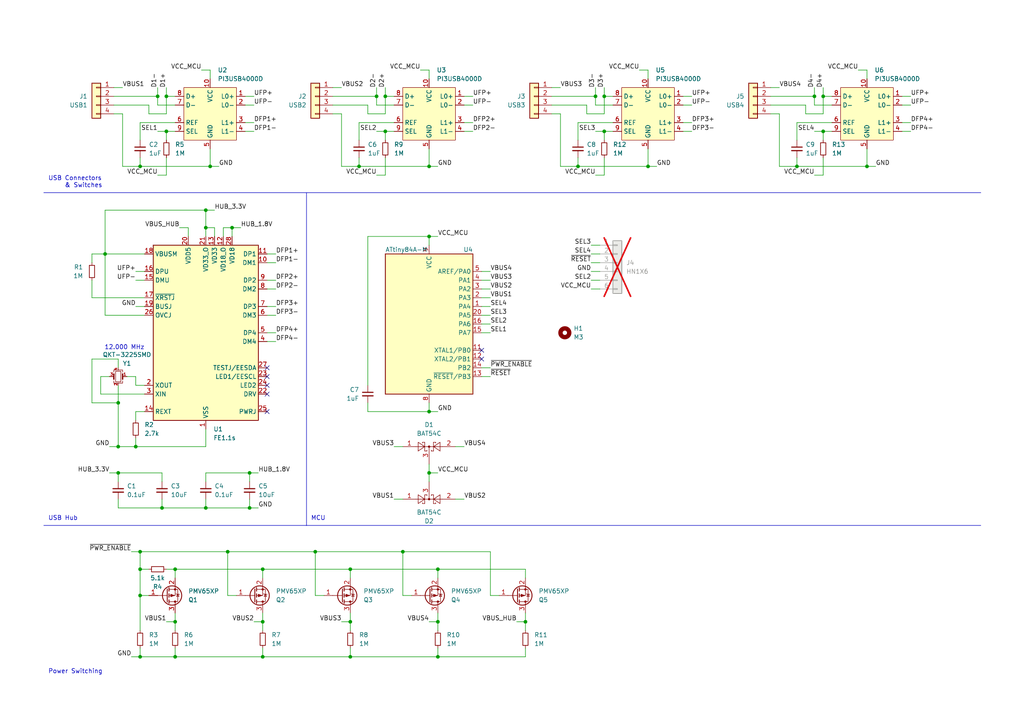
<source format=kicad_sch>
(kicad_sch (version 20230121) (generator eeschema)
  (paper "A4")
  (lib_symbols
    (symbol "Connector_Generic:Conn_01x04" (pin_names (offset 1.016) hide)
      (property "Reference" "J" (at 0 5.08 0))
      (property "Value" "Conn_01x04" (at 0 -7.62 0))
      (symbol "Conn_01x04_1_1"
        (rectangle (start -1.27 -4.953) (end 0 -5.207) (stroke (width 0.1524)))
        (rectangle (start -1.27 -2.413) (end 0 -2.667) (stroke (width 0.1524)))
        (rectangle (start -1.27 0.127) (end 0 -0.127) (stroke (width 0.1524)))
        (rectangle (start -1.27 2.667) (end 0 2.413) (stroke (width 0.1524)))
        (rectangle (start -1.27 3.81) (end 1.27 -6.35) (stroke (width 0.254)) (fill (type background)))
        (pin passive line (at -5.08 2.54 0) (length 3.81) (name "Pin_1") (number "1"))
        (pin passive line (at -5.08 0 0) (length 3.81) (name "Pin_2") (number "2"))
        (pin passive line (at -5.08 -2.54 0) (length 3.81) (name "Pin_3") (number "3"))
        (pin passive line (at -5.08 -5.08 0) (length 3.81) (name "Pin_4") (number "4"))
      )
    )
    (symbol "Connector_Generic:Conn_01x06" (pin_names (offset 1.016) hide)
      (property "Reference" "J" (at 0 7.62 0))
      (property "Value" "Conn_01x06" (at 0 -10.16 0))
      (symbol "Conn_01x06_1_1"
        (rectangle (start -1.27 -7.493) (end 0 -7.747) (stroke (width 0.1524)))
        (rectangle (start -1.27 -4.953) (end 0 -5.207) (stroke (width 0.1524)))
        (rectangle (start -1.27 -2.413) (end 0 -2.667) (stroke (width 0.1524)))
        (rectangle (start -1.27 0.127) (end 0 -0.127) (stroke (width 0.1524)))
        (rectangle (start -1.27 2.667) (end 0 2.413) (stroke (width 0.1524)))
        (rectangle (start -1.27 5.207) (end 0 4.953) (stroke (width 0.1524)))
        (rectangle (start -1.27 6.35) (end 1.27 -8.89) (stroke (width 0.254)) (fill (type background)))
        (pin passive line (at -5.08 5.08 0) (length 3.81) (name "Pin_1") (number "1"))
        (pin passive line (at -5.08 2.54 0) (length 3.81) (name "Pin_2") (number "2"))
        (pin passive line (at -5.08 0 0) (length 3.81) (name "Pin_3") (number "3"))
        (pin passive line (at -5.08 -2.54 0) (length 3.81) (name "Pin_4") (number "4"))
        (pin passive line (at -5.08 -5.08 0) (length 3.81) (name "Pin_5") (number "5"))
        (pin passive line (at -5.08 -7.62 0) (length 3.81) (name "Pin_6") (number "6"))
      )
    )
    (symbol "Device:C_Small" (pin_numbers hide) (pin_names (offset 0.254) hide)
      (property "Reference" "C" (at 0.254 1.778 0))
      (property "Value" "C_Small" (at 0.254 -2.032 0))
      (symbol "C_Small_0_1"
        (polyline (pts (xy -1.524 -0.508) (xy 1.524 -0.508)) (stroke (width 0.3302)))
        (polyline (pts (xy -1.524 0.508) (xy 1.524 0.508)) (stroke (width 0.3048)))
      )
      (symbol "C_Small_1_1"
        (pin passive line (at 0 2.54 270) (length 2.032) (name "~") (number "1"))
        (pin passive line (at 0 -2.54 90) (length 2.032) (name "~") (number "2"))
      )
    )
    (symbol "Device:Crystal_GND24_Small" (pin_names (offset 1.016) hide)
      (property "Reference" "Y" (at 1.27 4.445 0))
      (property "Value" "Crystal_GND24_Small" (at 1.27 2.54 0))
      (symbol "Crystal_GND24_Small_0_1"
        (rectangle (start -0.762 -1.524) (end 0.762 1.524))
        (polyline (pts (xy -1.27 -0.762) (xy -1.27 0.762)) (stroke (width 0.381)))
        (polyline (pts (xy 1.27 -0.762) (xy 1.27 0.762)) (stroke (width 0.381)))
        (polyline (pts (xy -1.27 -1.27) (xy -1.27 -1.905) (xy 1.27 -1.905) (xy 1.27 -1.27)))
        (polyline (pts (xy -1.27 1.27) (xy -1.27 1.905) (xy 1.27 1.905) (xy 1.27 1.27)))
      )
      (symbol "Crystal_GND24_Small_1_1"
        (pin passive line (at -2.54 0 0) (length 1.27) (name "1") (number "1"))
        (pin passive line (at 0 -2.54 90) (length 0.635) (name "2") (number "2"))
        (pin passive line (at 2.54 0 180) (length 1.27) (name "3") (number "3"))
        (pin passive line (at 0 2.54 270) (length 0.635) (name "4") (number "4"))
      )
    )
    (symbol "Device:Q_PMOS_GSD" (pin_names (offset 0) hide)
      (property "Reference" "Q" (at 5.08 1.27 0))
      (property "Value" "Q_PMOS_GSD" (at 5.08 -1.27 0))
      (symbol "Q_PMOS_GSD_0_1"
        (polyline (pts (xy 0.254 0) (xy -2.54 0)))
        (polyline (pts (xy 0.254 1.905) (xy 0.254 -1.905)) (stroke (width 0.254)))
        (polyline (pts (xy 0.762 -1.27) (xy 0.762 -2.286)) (stroke (width 0.254)))
        (polyline (pts (xy 0.762 0.508) (xy 0.762 -0.508)) (stroke (width 0.254)))
        (polyline (pts (xy 0.762 2.286) (xy 0.762 1.27)) (stroke (width 0.254)))
        (polyline (pts (xy 2.54 2.54) (xy 2.54 1.778)))
        (polyline (pts (xy 2.54 -2.54) (xy 2.54 0) (xy 0.762 0)))
        (polyline (pts (xy 0.762 1.778) (xy 3.302 1.778) (xy 3.302 -1.778) (xy 0.762 -1.778)))
        (polyline (pts (xy 2.286 0) (xy 1.27 0.381) (xy 1.27 -0.381) (xy 2.286 0)) (fill (type outline)))
        (polyline (pts (xy 2.794 -0.508) (xy 2.921 -0.381) (xy 3.683 -0.381) (xy 3.81 -0.254)))
        (polyline (pts (xy 3.302 -0.381) (xy 2.921 0.254) (xy 3.683 0.254) (xy 3.302 -0.381)))
        (circle (center 1.651 0) (radius 2.794) (stroke (width 0.254)))
        (circle (center 2.54 -1.778) (radius 0.254) (fill (type outline)))
        (circle (center 2.54 1.778) (radius 0.254) (fill (type outline)))
      )
      (symbol "Q_PMOS_GSD_1_1"
        (pin input line (at -5.08 0 0) (length 2.54) (name "G") (number "1"))
        (pin passive line (at 2.54 -5.08 90) (length 2.54) (name "S") (number "2"))
        (pin passive line (at 2.54 5.08 270) (length 2.54) (name "D") (number "3"))
      )
    )
    (symbol "Device:R_Small" (pin_numbers hide) (pin_names (offset 0.254) hide)
      (property "Reference" "R" (at 0.762 0.508 0))
      (property "Value" "R_Small" (at 0.762 -1.016 0))
      (symbol "R_Small_0_1"
        (rectangle (start -0.762 1.778) (end 0.762 -1.778) (stroke (width 0.2032)))
      )
      (symbol "R_Small_1_1"
        (pin passive line (at 0 2.54 270) (length 0.762) (name "~") (number "1"))
        (pin passive line (at 0 -2.54 90) (length 0.762) (name "~") (number "2"))
      )
    )
    (symbol "Diode:BAT54C" (pin_names (offset 1.016))
      (property "Reference" "D" (at 0.635 -3.81 0))
      (property "Value" "BAT54C" (at -6.35 3.175 0))
      (symbol "BAT54C_0_1"
        (polyline (pts (xy -1.905 0) (xy 1.905 0)))
        (polyline (pts (xy -1.905 1.27) (xy -1.905 1.016)))
        (polyline (pts (xy -1.27 -1.27) (xy -0.635 -1.27)))
        (polyline (pts (xy -1.27 0) (xy -3.81 0)))
        (polyline (pts (xy -1.27 1.27) (xy -1.905 1.27)))
        (polyline (pts (xy -1.27 1.27) (xy -1.27 -1.27)))
        (polyline (pts (xy -0.635 -1.27) (xy -0.635 -1.016)))
        (polyline (pts (xy 0.635 -1.27) (xy 0.635 -1.016)))
        (polyline (pts (xy 1.27 -1.27) (xy 0.635 -1.27)))
        (polyline (pts (xy 1.27 1.27) (xy 1.27 -1.27)))
        (polyline (pts (xy 1.27 1.27) (xy 1.905 1.27)))
        (polyline (pts (xy 1.905 1.27) (xy 1.905 1.016)))
        (polyline (pts (xy 3.81 0) (xy 1.27 0)))
        (polyline (pts (xy -3.175 -1.27) (xy -3.175 1.27) (xy -1.27 0) (xy -3.175 -1.27)))
        (polyline (pts (xy 3.175 -1.27) (xy 3.175 1.27) (xy 1.27 0) (xy 3.175 -1.27)))
        (circle (center 0 0) (radius 0.254) (fill (type outline)))
      )
      (symbol "BAT54C_1_1"
        (pin passive line (at -7.62 0 0) (length 3.81) (name "~") (number "1"))
        (pin passive line (at 7.62 0 180) (length 3.81) (name "~") (number "2"))
        (pin passive line (at 0 -5.08 90) (length 5.08) (name "~") (number "3"))
      )
    )
    (symbol "Interface_USB:FE1.1s"
      (property "Reference" "U" (at -11.43 26.67 0))
      (property "Value" "FE1.1s" (at 12.7 27.94 0))
      (symbol "FE1.1s_0_1"
        (rectangle (start -15.24 25.4) (end 15.24 -25.4) (stroke (width 0.254)) (fill (type background)))
      )
      (symbol "FE1.1s_1_1"
        (pin power_in line (at 0 -27.94 90) (length 2.54) (name "VSS") (number "1"))
        (pin bidirectional line (at 17.78 20.32 180) (length 2.54) (name "DM1") (number "10"))
        (pin bidirectional line (at 17.78 22.86 180) (length 2.54) (name "DP1") (number "11"))
        (pin power_out line (at 5.08 27.94 270) (length 2.54) (name "VD18_O") (number "12"))
        (pin power_in line (at 2.54 27.94 270) (length 2.54) (name "VD33") (number "13"))
        (pin passive line (at -17.78 -22.86 0) (length 2.54) (name "REXT") (number "14"))
        (pin bidirectional line (at -17.78 15.24 0) (length 2.54) (name "DMU") (number "15"))
        (pin bidirectional line (at -17.78 17.78 0) (length 2.54) (name "DPU") (number "16"))
        (pin input line (at -17.78 10.16 0) (length 2.54) (name "~{XRSTJ}") (number "17"))
        (pin input line (at -17.78 22.86 0) (length 2.54) (name "VBUSM") (number "18"))
        (pin input line (at -17.78 7.62 0) (length 2.54) (name "BUSJ") (number "19"))
        (pin output line (at -17.78 -15.24 0) (length 2.54) (name "XOUT") (number "2"))
        (pin power_in line (at -5.08 27.94 270) (length 2.54) (name "VDD5") (number "20"))
        (pin power_out line (at 0 27.94 270) (length 2.54) (name "VD33_O") (number "21"))
        (pin bidirectional line (at 17.78 -17.78 180) (length 2.54) (name "DRV") (number "22"))
        (pin bidirectional line (at 17.78 -12.7 180) (length 2.54) (name "LED1/EESCL") (number "23"))
        (pin bidirectional line (at 17.78 -15.24 180) (length 2.54) (name "LED2") (number "24"))
        (pin output line (at 17.78 -22.86 180) (length 2.54) (name "PWRJ") (number "25"))
        (pin input line (at -17.78 5.08 0) (length 2.54) (name "OVCJ") (number "26"))
        (pin bidirectional line (at 17.78 -10.16 180) (length 2.54) (name "TESTJ/EESDA") (number "27"))
        (pin power_in line (at 7.62 27.94 270) (length 2.54) (name "VD18") (number "28"))
        (pin input line (at -17.78 -17.78 0) (length 2.54) (name "XIN") (number "3"))
        (pin bidirectional line (at 17.78 -2.54 180) (length 2.54) (name "DM4") (number "4"))
        (pin bidirectional line (at 17.78 0 180) (length 2.54) (name "DP4") (number "5"))
        (pin bidirectional line (at 17.78 5.08 180) (length 2.54) (name "DM3") (number "6"))
        (pin bidirectional line (at 17.78 7.62 180) (length 2.54) (name "DP3") (number "7"))
        (pin bidirectional line (at 17.78 12.7 180) (length 2.54) (name "DM2") (number "8"))
        (pin bidirectional line (at 17.78 15.24 180) (length 2.54) (name "DP2") (number "9"))
      )
    )
    (symbol "MCU_Microchip_ATtiny:ATtiny84A-M"
      (property "Reference" "U" (at -12.7 21.59 0))
      (property "Value" "ATtiny84A-M" (at 2.54 -21.59 0))
      (symbol "ATtiny84A-M_0_1"
        (rectangle (start -12.7 -20.32) (end 12.7 20.32) (stroke (width 0.254)) (fill (type background)))
      )
      (symbol "ATtiny84A-M_1_1"
        (pin bidirectional line (at 15.24 5.08 180) (length 2.54) (name "PA4") (number "1"))
        (pin no_connect line (at -12.7 -10.16 0) (length 2.54) hide (name "NC") (number "10"))
        (pin bidirectional line (at 15.24 -7.62 180) (length 2.54) (name "XTAL1/PB0") (number "11"))
        (pin bidirectional line (at 15.24 -10.16 180) (length 2.54) (name "XTAL2/PB1") (number "12"))
        (pin bidirectional line (at 15.24 -15.24 180) (length 2.54) (name "~{RESET}/PB3") (number "13"))
        (pin bidirectional line (at 15.24 -12.7 180) (length 2.54) (name "PB2") (number "14"))
        (pin bidirectional line (at 15.24 -2.54 180) (length 2.54) (name "PA7") (number "15"))
        (pin bidirectional line (at 15.24 0 180) (length 2.54) (name "PA6") (number "16"))
        (pin no_connect line (at -12.7 -12.7 0) (length 2.54) hide (name "NC") (number "17"))
        (pin no_connect line (at -12.7 -15.24 0) (length 2.54) hide (name "NC") (number "18"))
        (pin no_connect line (at -12.7 -17.78 0) (length 2.54) hide (name "NC") (number "19"))
        (pin bidirectional line (at 15.24 7.62 180) (length 2.54) (name "PA3") (number "2"))
        (pin bidirectional line (at 15.24 2.54 180) (length 2.54) (name "PA5") (number "20"))
        (pin passive line (at 0 -22.86 90) (length 2.54) hide (name "GND") (number "21"))
        (pin bidirectional line (at 15.24 10.16 180) (length 2.54) (name "PA2") (number "3"))
        (pin bidirectional line (at 15.24 12.7 180) (length 2.54) (name "PA1") (number "4"))
        (pin bidirectional line (at 15.24 15.24 180) (length 2.54) (name "AREF/PA0") (number "5"))
        (pin no_connect line (at -12.7 -5.08 0) (length 2.54) hide (name "NC") (number "6"))
        (pin no_connect line (at -12.7 -7.62 0) (length 2.54) hide (name "NC") (number "7"))
        (pin power_in line (at 0 -22.86 90) (length 2.54) (name "GND") (number "8"))
        (pin power_in line (at 0 22.86 270) (length 2.54) (name "VCC") (number "9"))
      )
    )
    (symbol "Mechanical:MountingHole" (pin_names (offset 1.016))
      (property "Reference" "H" (at 0 5.08 0))
      (property "Value" "MountingHole" (at 0 3.175 0))
      (symbol "MountingHole_0_1"
        (circle (center 0 0) (radius 1.27) (stroke (width 1.27)))
      )
    )
    (symbol "ZZ_Switches_Custom:PI3USB4000D"
      (property "Reference" "U" (at -6.35 8.89 0))
      (property "Value" "PI3USB4000D" (at 8.89 8.89 0))
      (symbol "PI3USB4000D_1_1"
        (rectangle (start -7.62 7.62) (end 7.62 -7.62) (fill (type background)))
        (pin bidirectional line (at 10.16 5.08 180) (length 2.54) (name "L0+") (number "1"))
        (pin power_in line (at 0 10.16 270) (length 2.54) (name "VCC") (number "10"))
        (pin bidirectional line (at 10.16 2.54 180) (length 2.54) (name "L0-") (number "2"))
        (pin bidirectional line (at 10.16 -2.54 180) (length 2.54) (name "L1+") (number "3"))
        (pin bidirectional line (at 10.16 -5.08 180) (length 2.54) (name "L1-") (number "4"))
        (pin power_in line (at 0 -10.16 90) (length 2.54) (name "GND") (number "5"))
        (pin passive line (at -10.16 -2.54 0) (length 2.54) (name "REF") (number "6"))
        (pin bidirectional line (at -10.16 2.54 0) (length 2.54) (name "D-") (number "7"))
        (pin bidirectional line (at -10.16 5.08 0) (length 2.54) (name "D+") (number "8"))
        (pin input line (at -10.16 -5.08 0) (length 2.54) (name "SEL") (number "9"))
      )
    )
  )
  (junction (at 40.64 48.26))
  (junction (at 48.26 38.1))
  (junction (at 152.4 180.34))
  (junction (at 34.29 137.16))
  (junction (at 104.14 48.26))
  (junction (at 50.8 190.5))
  (junction (at 72.39 137.16))
  (junction (at 48.26 27.94))
  (junction (at 59.69 60.96))
  (junction (at 34.29 116.84))
  (junction (at 111.76 38.1))
  (junction (at 66.04 160.02))
  (junction (at 124.46 137.16))
  (junction (at 172.72 27.94))
  (junction (at 124.46 119.38))
  (junction (at 187.96 48.26))
  (junction (at 127 190.5))
  (junction (at 72.39 147.32))
  (junction (at 76.2 190.5))
  (junction (at 76.2 165.1))
  (junction (at 45.72 27.94))
  (junction (at 238.76 27.94))
  (junction (at 76.2 180.34))
  (junction (at 50.8 165.1))
  (junction (at 101.6 190.5))
  (junction (at 67.31 66.04))
  (junction (at 124.46 48.26))
  (junction (at 50.8 180.34))
  (junction (at 175.26 27.94))
  (junction (at 40.64 165.1))
  (junction (at 127 180.34))
  (junction (at 40.64 172.72))
  (junction (at 101.6 180.34))
  (junction (at 236.22 27.94))
  (junction (at 40.64 190.5))
  (junction (at 109.22 27.94))
  (junction (at 251.46 48.26))
  (junction (at 59.69 147.32))
  (junction (at 175.26 38.1))
  (junction (at 238.76 38.1))
  (junction (at 111.76 27.94))
  (junction (at 101.6 165.1))
  (junction (at 167.64 48.26))
  (junction (at 60.96 48.26))
  (junction (at 116.84 160.02))
  (junction (at 39.37 129.54))
  (junction (at 40.64 160.02))
  (junction (at 34.29 129.54))
  (junction (at 124.46 68.58))
  (junction (at 59.69 66.04))
  (junction (at 30.48 73.66))
  (junction (at 46.99 147.32))
  (junction (at 91.44 160.02))
  (junction (at 127 165.1))
  (junction (at 231.14 48.26))
  (no_connect (at 77.47 106.68))
  (no_connect (at 77.47 111.76))
  (no_connect (at 139.7 104.14))
  (no_connect (at 139.7 101.6))
  (no_connect (at 77.47 114.3))
  (no_connect (at 77.47 109.22))
  (no_connect (at 77.47 119.38))
  (wire (pts (xy 175.26 38.1) (xy 177.8 38.1)))
  (wire (pts (xy 124.46 137.16) (xy 124.46 139.7)))
  (wire (pts (xy 241.3 27.94) (xy 238.76 27.94)))
  (wire (pts (xy 167.64 35.56) (xy 167.64 40.64)))
  (wire (pts (xy 127 190.5) (xy 127 187.96)))
  (wire (pts (xy 66.04 160.02) (xy 66.04 172.72)))
  (wire (pts (xy 34.29 129.54) (xy 31.75 129.54)))
  (polyline (pts (xy 12.7 55.88) (xy 284.48 55.88)))
  (wire (pts (xy 99.06 180.34) (xy 101.6 180.34)))
  (wire (pts (xy 29.21 114.3) (xy 41.91 114.3)))
  (wire (pts (xy 59.69 60.96) (xy 62.23 60.96)))
  (wire (pts (xy 77.47 76.2) (xy 80.01 76.2)))
  (wire (pts (xy 106.68 119.38) (xy 106.68 116.84)))
  (wire (pts (xy 175.26 38.1) (xy 175.26 40.64)))
  (wire (pts (xy 106.68 68.58) (xy 106.68 111.76)))
  (wire (pts (xy 77.47 99.06) (xy 80.01 99.06)))
  (wire (pts (xy 238.76 27.94) (xy 238.76 33.02)))
  (wire (pts (xy 26.67 86.36) (xy 26.67 81.28)))
  (wire (pts (xy 41.91 91.44) (xy 30.48 91.44)))
  (wire (pts (xy 142.24 83.82) (xy 139.7 83.82)))
  (wire (pts (xy 238.76 33.02) (xy 233.68 33.02)))
  (wire (pts (xy 114.3 30.48) (xy 109.22 30.48)))
  (wire (pts (xy 167.64 48.26) (xy 187.96 48.26)))
  (wire (pts (xy 93.98 172.72) (xy 91.44 172.72)))
  (wire (pts (xy 30.48 60.96) (xy 30.48 73.66)))
  (wire (pts (xy 96.52 27.94) (xy 109.22 27.94)))
  (wire (pts (xy 48.26 27.94) (xy 48.26 33.02)))
  (wire (pts (xy 67.31 66.04) (xy 67.31 68.58)))
  (wire (pts (xy 59.69 129.54) (xy 39.37 129.54)))
  (wire (pts (xy 127 180.34) (xy 127 177.8)))
  (wire (pts (xy 104.14 48.26) (xy 124.46 48.26)))
  (wire (pts (xy 59.69 66.04) (xy 62.23 66.04)))
  (wire (pts (xy 34.29 147.32) (xy 34.29 144.78)))
  (wire (pts (xy 39.37 111.76) (xy 39.37 109.22)))
  (wire (pts (xy 198.12 27.94) (xy 200.66 27.94)))
  (wire (pts (xy 33.02 25.4) (xy 35.56 25.4)))
  (wire (pts (xy 50.8 35.56) (xy 40.64 35.56)))
  (wire (pts (xy 48.26 45.72) (xy 48.26 50.8)))
  (wire (pts (xy 223.52 27.94) (xy 236.22 27.94)))
  (wire (pts (xy 106.68 30.48) (xy 96.52 30.48)))
  (wire (pts (xy 39.37 81.28) (xy 41.91 81.28)))
  (wire (pts (xy 175.26 25.4) (xy 175.26 27.94)))
  (wire (pts (xy 238.76 38.1) (xy 241.3 38.1)))
  (wire (pts (xy 236.22 38.1) (xy 238.76 38.1)))
  (wire (pts (xy 76.2 190.5) (xy 101.6 190.5)))
  (wire (pts (xy 26.67 116.84) (xy 26.67 104.14)))
  (wire (pts (xy 248.92 20.32) (xy 251.46 20.32)))
  (wire (pts (xy 104.14 45.72) (xy 104.14 48.26)))
  (wire (pts (xy 114.3 144.78) (xy 116.84 144.78)))
  (wire (pts (xy 124.46 48.26) (xy 127 48.26)))
  (wire (pts (xy 233.68 33.02) (xy 233.68 30.48)))
  (wire (pts (xy 114.3 129.54) (xy 116.84 129.54)))
  (wire (pts (xy 31.75 137.16) (xy 34.29 137.16)))
  (wire (pts (xy 175.26 27.94) (xy 175.26 33.02)))
  (wire (pts (xy 40.64 165.1) (xy 43.18 165.1)))
  (wire (pts (xy 134.62 30.48) (xy 137.16 30.48)))
  (wire (pts (xy 152.4 180.34) (xy 152.4 182.88)))
  (wire (pts (xy 236.22 30.48) (xy 236.22 27.94)))
  (wire (pts (xy 142.24 78.74) (xy 139.7 78.74)))
  (wire (pts (xy 76.2 180.34) (xy 76.2 177.8)))
  (wire (pts (xy 50.8 190.5) (xy 76.2 190.5)))
  (wire (pts (xy 50.8 27.94) (xy 48.26 27.94)))
  (wire (pts (xy 142.24 106.68) (xy 139.7 106.68)))
  (wire (pts (xy 41.91 86.36) (xy 26.67 86.36)))
  (wire (pts (xy 54.61 66.04) (xy 54.61 68.58)))
  (polyline (pts (xy 88.9 55.88) (xy 88.9 152.4)))
  (wire (pts (xy 29.21 109.22) (xy 31.75 109.22)))
  (wire (pts (xy 30.48 91.44) (xy 30.48 73.66)))
  (wire (pts (xy 111.76 38.1) (xy 114.3 38.1)))
  (wire (pts (xy 48.26 33.02) (xy 43.18 33.02)))
  (wire (pts (xy 59.69 147.32) (xy 59.69 144.78)))
  (wire (pts (xy 50.8 30.48) (xy 45.72 30.48)))
  (wire (pts (xy 60.96 48.26) (xy 63.5 48.26)))
  (wire (pts (xy 59.69 139.7) (xy 59.69 137.16)))
  (wire (pts (xy 132.08 144.78) (xy 134.62 144.78)))
  (wire (pts (xy 66.04 160.02) (xy 91.44 160.02)))
  (wire (pts (xy 40.64 45.72) (xy 40.64 48.26)))
  (wire (pts (xy 66.04 172.72) (xy 68.58 172.72)))
  (wire (pts (xy 241.3 30.48) (xy 236.22 30.48)))
  (wire (pts (xy 40.64 48.26) (xy 35.56 48.26)))
  (wire (pts (xy 187.96 43.18) (xy 187.96 48.26)))
  (wire (pts (xy 173.99 71.12) (xy 171.45 71.12)))
  (wire (pts (xy 38.1 160.02) (xy 40.64 160.02)))
  (wire (pts (xy 76.2 165.1) (xy 101.6 165.1)))
  (wire (pts (xy 50.8 167.64) (xy 50.8 165.1)))
  (wire (pts (xy 52.07 66.04) (xy 54.61 66.04)))
  (polyline (pts (xy 12.7 152.4) (xy 88.9 152.4)))
  (wire (pts (xy 41.91 119.38) (xy 39.37 119.38)))
  (wire (pts (xy 34.29 111.76) (xy 34.29 116.84)))
  (wire (pts (xy 35.56 48.26) (xy 35.56 33.02)))
  (wire (pts (xy 39.37 88.9) (xy 41.91 88.9)))
  (wire (pts (xy 127 180.34) (xy 127 182.88)))
  (wire (pts (xy 124.46 43.18) (xy 124.46 48.26)))
  (wire (pts (xy 101.6 180.34) (xy 101.6 177.8)))
  (wire (pts (xy 62.23 66.04) (xy 62.23 68.58)))
  (wire (pts (xy 162.56 48.26) (xy 162.56 33.02)))
  (wire (pts (xy 111.76 33.02) (xy 106.68 33.02)))
  (wire (pts (xy 77.47 91.44) (xy 80.01 91.44)))
  (wire (pts (xy 40.64 35.56) (xy 40.64 40.64)))
  (wire (pts (xy 43.18 172.72) (xy 40.64 172.72)))
  (wire (pts (xy 50.8 187.96) (xy 50.8 190.5)))
  (wire (pts (xy 43.18 33.02) (xy 43.18 30.48)))
  (wire (pts (xy 172.72 25.4) (xy 172.72 27.94)))
  (wire (pts (xy 119.38 172.72) (xy 116.84 172.72)))
  (wire (pts (xy 77.47 96.52) (xy 80.01 96.52)))
  (wire (pts (xy 76.2 180.34) (xy 76.2 182.88)))
  (wire (pts (xy 39.37 119.38) (xy 39.37 121.92)))
  (wire (pts (xy 261.62 35.56) (xy 264.16 35.56)))
  (wire (pts (xy 172.72 50.8) (xy 175.26 50.8)))
  (wire (pts (xy 173.99 73.66) (xy 171.45 73.66)))
  (wire (pts (xy 185.42 20.32) (xy 187.96 20.32)))
  (wire (pts (xy 99.06 33.02) (xy 96.52 33.02)))
  (wire (pts (xy 261.62 27.94) (xy 264.16 27.94)))
  (wire (pts (xy 223.52 25.4) (xy 226.06 25.4)))
  (wire (pts (xy 124.46 119.38) (xy 106.68 119.38)))
  (wire (pts (xy 162.56 33.02) (xy 160.02 33.02)))
  (wire (pts (xy 231.14 48.26) (xy 226.06 48.26)))
  (polyline (pts (xy 88.9 152.4) (xy 284.48 152.4)))
  (wire (pts (xy 45.72 38.1) (xy 48.26 38.1)))
  (wire (pts (xy 198.12 30.48) (xy 200.66 30.48)))
  (wire (pts (xy 101.6 165.1) (xy 127 165.1)))
  (wire (pts (xy 111.76 38.1) (xy 111.76 40.64)))
  (wire (pts (xy 101.6 165.1) (xy 101.6 167.64)))
  (wire (pts (xy 77.47 73.66) (xy 80.01 73.66)))
  (wire (pts (xy 67.31 66.04) (xy 69.85 66.04)))
  (wire (pts (xy 34.29 139.7) (xy 34.29 137.16)))
  (wire (pts (xy 30.48 73.66) (xy 41.91 73.66)))
  (wire (pts (xy 142.24 172.72) (xy 142.24 160.02)))
  (wire (pts (xy 106.68 33.02) (xy 106.68 30.48)))
  (wire (pts (xy 132.08 129.54) (xy 134.62 129.54)))
  (wire (pts (xy 76.2 165.1) (xy 76.2 167.64)))
  (wire (pts (xy 251.46 43.18) (xy 251.46 48.26)))
  (wire (pts (xy 134.62 27.94) (xy 137.16 27.94)))
  (wire (pts (xy 72.39 137.16) (xy 74.93 137.16)))
  (wire (pts (xy 46.99 137.16) (xy 46.99 139.7)))
  (wire (pts (xy 109.22 25.4) (xy 109.22 27.94)))
  (wire (pts (xy 73.66 180.34) (xy 76.2 180.34)))
  (wire (pts (xy 40.64 160.02) (xy 66.04 160.02)))
  (wire (pts (xy 236.22 50.8) (xy 238.76 50.8)))
  (wire (pts (xy 34.29 116.84) (xy 26.67 116.84)))
  (wire (pts (xy 142.24 86.36) (xy 139.7 86.36)))
  (wire (pts (xy 40.64 165.1) (xy 40.64 160.02)))
  (wire (pts (xy 48.26 50.8) (xy 45.72 50.8)))
  (wire (pts (xy 231.14 35.56) (xy 231.14 40.64)))
  (wire (pts (xy 233.68 30.48) (xy 223.52 30.48)))
  (wire (pts (xy 48.26 180.34) (xy 50.8 180.34)))
  (wire (pts (xy 48.26 38.1) (xy 50.8 38.1)))
  (wire (pts (xy 34.29 116.84) (xy 34.29 129.54)))
  (wire (pts (xy 142.24 160.02) (xy 116.84 160.02)))
  (wire (pts (xy 198.12 35.56) (xy 200.66 35.56)))
  (wire (pts (xy 236.22 25.4) (xy 236.22 27.94)))
  (wire (pts (xy 241.3 35.56) (xy 231.14 35.56)))
  (wire (pts (xy 170.18 33.02) (xy 170.18 30.48)))
  (wire (pts (xy 35.56 33.02) (xy 33.02 33.02)))
  (wire (pts (xy 48.26 38.1) (xy 48.26 40.64)))
  (wire (pts (xy 144.78 172.72) (xy 142.24 172.72)))
  (wire (pts (xy 124.46 68.58) (xy 106.68 68.58)))
  (wire (pts (xy 175.26 50.8) (xy 175.26 45.72)))
  (wire (pts (xy 101.6 190.5) (xy 101.6 187.96)))
  (wire (pts (xy 134.62 38.1) (xy 137.16 38.1)))
  (wire (pts (xy 175.26 33.02) (xy 170.18 33.02)))
  (wire (pts (xy 29.21 114.3) (xy 29.21 109.22)))
  (wire (pts (xy 76.2 190.5) (xy 76.2 187.96)))
  (wire (pts (xy 109.22 30.48) (xy 109.22 27.94)))
  (wire (pts (xy 173.99 83.82) (xy 171.45 83.82)))
  (wire (pts (xy 173.99 78.74) (xy 171.45 78.74)))
  (wire (pts (xy 142.24 88.9) (xy 139.7 88.9)))
  (wire (pts (xy 177.8 35.56) (xy 167.64 35.56)))
  (wire (pts (xy 261.62 38.1) (xy 264.16 38.1)))
  (wire (pts (xy 59.69 68.58) (xy 59.69 66.04)))
  (wire (pts (xy 152.4 180.34) (xy 152.4 177.8)))
  (wire (pts (xy 50.8 165.1) (xy 76.2 165.1)))
  (wire (pts (xy 101.6 180.34) (xy 101.6 182.88)))
  (wire (pts (xy 160.02 27.94) (xy 172.72 27.94)))
  (wire (pts (xy 251.46 20.32) (xy 251.46 22.86)))
  (wire (pts (xy 187.96 20.32) (xy 187.96 22.86)))
  (wire (pts (xy 124.46 134.62) (xy 124.46 137.16)))
  (wire (pts (xy 124.46 180.34) (xy 127 180.34)))
  (wire (pts (xy 39.37 109.22) (xy 36.83 109.22)))
  (wire (pts (xy 91.44 172.72) (xy 91.44 160.02)))
  (wire (pts (xy 77.47 88.9) (xy 80.01 88.9)))
  (wire (pts (xy 142.24 109.22) (xy 139.7 109.22)))
  (wire (pts (xy 173.99 76.2) (xy 171.45 76.2)))
  (wire (pts (xy 111.76 27.94) (xy 111.76 33.02)))
  (wire (pts (xy 43.18 30.48) (xy 33.02 30.48)))
  (wire (pts (xy 127 165.1) (xy 152.4 165.1)))
  (wire (pts (xy 172.72 30.48) (xy 172.72 27.94)))
  (wire (pts (xy 46.99 147.32) (xy 46.99 144.78)))
  (wire (pts (xy 33.02 27.94) (xy 45.72 27.94)))
  (wire (pts (xy 152.4 190.5) (xy 152.4 187.96)))
  (wire (pts (xy 152.4 165.1) (xy 152.4 167.64)))
  (wire (pts (xy 40.64 48.26) (xy 60.96 48.26)))
  (wire (pts (xy 251.46 48.26) (xy 254 48.26)))
  (wire (pts (xy 127 119.38) (xy 124.46 119.38)))
  (wire (pts (xy 111.76 25.4) (xy 111.76 27.94)))
  (wire (pts (xy 124.46 137.16) (xy 127 137.16)))
  (wire (pts (xy 71.12 35.56) (xy 73.66 35.56)))
  (wire (pts (xy 34.29 137.16) (xy 46.99 137.16)))
  (wire (pts (xy 41.91 111.76) (xy 39.37 111.76)))
  (wire (pts (xy 177.8 30.48) (xy 172.72 30.48)))
  (wire (pts (xy 72.39 147.32) (xy 59.69 147.32)))
  (wire (pts (xy 50.8 180.34) (xy 50.8 177.8)))
  (wire (pts (xy 45.72 25.4) (xy 45.72 27.94)))
  (wire (pts (xy 59.69 60.96) (xy 30.48 60.96)))
  (wire (pts (xy 177.8 27.94) (xy 175.26 27.94)))
  (wire (pts (xy 226.06 33.02) (xy 223.52 33.02)))
  (wire (pts (xy 91.44 160.02) (xy 116.84 160.02)))
  (wire (pts (xy 40.64 172.72) (xy 40.64 165.1)))
  (wire (pts (xy 111.76 50.8) (xy 109.22 50.8)))
  (wire (pts (xy 40.64 172.72) (xy 40.64 182.88)))
  (wire (pts (xy 114.3 35.56) (xy 104.14 35.56)))
  (wire (pts (xy 30.48 73.66) (xy 26.67 73.66)))
  (wire (pts (xy 104.14 48.26) (xy 99.06 48.26)))
  (wire (pts (xy 111.76 45.72) (xy 111.76 50.8)))
  (wire (pts (xy 124.46 71.12) (xy 124.46 68.58)))
  (wire (pts (xy 40.64 190.5) (xy 50.8 190.5)))
  (wire (pts (xy 71.12 38.1) (xy 73.66 38.1)))
  (wire (pts (xy 231.14 45.72) (xy 231.14 48.26)))
  (wire (pts (xy 238.76 25.4) (xy 238.76 27.94)))
  (wire (pts (xy 114.3 27.94) (xy 111.76 27.94)))
  (wire (pts (xy 72.39 137.16) (xy 72.39 139.7)))
  (wire (pts (xy 60.96 43.18) (xy 60.96 48.26)))
  (wire (pts (xy 34.29 104.14) (xy 34.29 106.68)))
  (wire (pts (xy 160.02 25.4) (xy 162.56 25.4)))
  (wire (pts (xy 238.76 38.1) (xy 238.76 40.64)))
  (wire (pts (xy 64.77 66.04) (xy 67.31 66.04)))
  (wire (pts (xy 59.69 66.04) (xy 59.69 60.96)))
  (wire (pts (xy 142.24 93.98) (xy 139.7 93.98)))
  (wire (pts (xy 109.22 38.1) (xy 111.76 38.1)))
  (wire (pts (xy 142.24 96.52) (xy 139.7 96.52)))
  (wire (pts (xy 127 165.1) (xy 127 167.64)))
  (wire (pts (xy 46.99 147.32) (xy 34.29 147.32)))
  (wire (pts (xy 172.72 38.1) (xy 175.26 38.1)))
  (wire (pts (xy 142.24 91.44) (xy 139.7 91.44)))
  (wire (pts (xy 26.67 73.66) (xy 26.67 76.2)))
  (wire (pts (xy 101.6 190.5) (xy 127 190.5)))
  (wire (pts (xy 187.96 48.26) (xy 190.5 48.26)))
  (wire (pts (xy 198.12 38.1) (xy 200.66 38.1)))
  (wire (pts (xy 226.06 48.26) (xy 226.06 33.02)))
  (wire (pts (xy 173.99 81.28) (xy 171.45 81.28)))
  (wire (pts (xy 77.47 81.28) (xy 80.01 81.28)))
  (wire (pts (xy 64.77 68.58) (xy 64.77 66.04)))
  (wire (pts (xy 231.14 48.26) (xy 251.46 48.26)))
  (wire (pts (xy 77.47 83.82) (xy 80.01 83.82)))
  (wire (pts (xy 48.26 165.1) (xy 50.8 165.1)))
  (wire (pts (xy 104.14 35.56) (xy 104.14 40.64)))
  (wire (pts (xy 124.46 20.32) (xy 124.46 22.86)))
  (wire (pts (xy 134.62 35.56) (xy 137.16 35.56)))
  (wire (pts (xy 72.39 144.78) (xy 72.39 147.32)))
  (wire (pts (xy 38.1 190.5) (xy 40.64 190.5)))
  (wire (pts (xy 45.72 27.94) (xy 45.72 30.48)))
  (wire (pts (xy 127 68.58) (xy 124.46 68.58)))
  (wire (pts (xy 50.8 180.34) (xy 50.8 182.88)))
  (wire (pts (xy 261.62 30.48) (xy 264.16 30.48)))
  (wire (pts (xy 127 190.5) (xy 152.4 190.5)))
  (wire (pts (xy 116.84 172.72) (xy 116.84 160.02)))
  (wire (pts (xy 59.69 147.32) (xy 46.99 147.32)))
  (wire (pts (xy 39.37 78.74) (xy 41.91 78.74)))
  (wire (pts (xy 167.64 48.26) (xy 162.56 48.26)))
  (wire (pts (xy 60.96 20.32) (xy 60.96 22.86)))
  (wire (pts (xy 34.29 129.54) (xy 39.37 129.54)))
  (wire (pts (xy 48.26 25.4) (xy 48.26 27.94)))
  (wire (pts (xy 142.24 81.28) (xy 139.7 81.28)))
  (wire (pts (xy 167.64 45.72) (xy 167.64 48.26)))
  (wire (pts (xy 72.39 147.32) (xy 74.93 147.32)))
  (wire (pts (xy 58.42 20.32) (xy 60.96 20.32)))
  (wire (pts (xy 71.12 27.94) (xy 73.66 27.94)))
  (wire (pts (xy 170.18 30.48) (xy 160.02 30.48)))
  (wire (pts (xy 59.69 137.16) (xy 72.39 137.16)))
  (wire (pts (xy 39.37 129.54) (xy 39.37 127)))
  (wire (pts (xy 40.64 187.96) (xy 40.64 190.5)))
  (wire (pts (xy 71.12 30.48) (xy 73.66 30.48)))
  (wire (pts (xy 149.86 180.34) (xy 152.4 180.34)))
  (wire (pts (xy 59.69 124.46) (xy 59.69 129.54)))
  (wire (pts (xy 238.76 50.8) (xy 238.76 45.72)))
  (wire (pts (xy 124.46 116.84) (xy 124.46 119.38)))
  (wire (pts (xy 26.67 104.14) (xy 34.29 104.14)))
  (wire (pts (xy 121.92 20.32) (xy 124.46 20.32)))
  (wire (pts (xy 96.52 25.4) (xy 99.06 25.4)))
  (wire (pts (xy 99.06 48.26) (xy 99.06 33.02)))
  (text "USB Hub" (at 13.97 151.13 0) (effects (font (size 1.27 1.27)) (justify left bottom)))
  (text "Power Switching" (at 13.97 195.58 0) (effects (font (size 1.27 1.27)) (justify left bottom)))
  (text "USB Connectors\n	& Switches" (at 13.97 54.61 0) (effects (font (size 1.27 1.27)) (justify left bottom)))
  (text "12.000 MHz" (at 41.91 101.6 0) (effects (font (size 1.27 1.27)) (justify right bottom)))
  (text "MCU" (at 90.17 151.13 0) (effects (font (size 1.27 1.27)) (justify left bottom)))
  (label "GND" (at 190.5 48.26 0))
  (label "D2+" (at 111.76 25.4 90))
  (label "GND" (at 127 119.38 0))
  (label "DFP4+" (at 80.01 96.52 0))
  (label "VBUS4" (at 226.06 25.4 0))
  (label "GND" (at 171.45 78.74 180))
  (label "DFP3-" (at 80.01 91.44 0))
  (label "DFP2+" (at 80.01 81.28 0))
  (label "~{RESET}" (at 142.24 109.22 0))
  (label "VBUS4" (at 142.24 78.74 0))
  (label "UFP-" (at 200.66 30.48 0))
  (label "VBUS4" (at 124.46 180.34 180))
  (label "DFP4-" (at 80.01 99.06 0))
  (label "GND" (at 127 48.26 0))
  (label "DFP3+" (at 200.66 35.56 0))
  (label "VCC_MCU" (at 127 137.16 0))
  (label "D2-" (at 109.22 25.4 90))
  (label "UFP+" (at 200.66 27.94 0))
  (label "VCC_MCU" (at 45.72 50.8 180))
  (label "SEL3" (at 172.72 38.1 180))
  (label "DFP2-" (at 137.16 38.1 0))
  (label "VBUS2" (at 99.06 25.4 0))
  (label "UFP-" (at 73.66 30.48 0))
  (label "DFP1+" (at 73.66 35.56 0))
  (label "GND" (at 39.37 88.9 180))
  (label "VBUS2" (at 142.24 83.82 0))
  (label "D3-" (at 172.72 25.4 90))
  (label "VCC_MCU" (at 236.22 50.8 180))
  (label "~{PWR_ENABLE}" (at 38.1 160.02 180))
  (label "VCC_MCU" (at 109.22 50.8 180))
  (label "GND" (at 63.5 48.26 0))
  (label "DFP3-" (at 200.66 38.1 0))
  (label "VCC_MCU" (at 171.45 83.82 180))
  (label "SEL4" (at 171.45 73.66 180))
  (label "SEL2" (at 142.24 93.98 0))
  (label "SEL4" (at 142.24 88.9 0))
  (label "VBUS2" (at 73.66 180.34 180))
  (label "DFP1-" (at 73.66 38.1 0))
  (label "VBUS2" (at 134.62 144.78 0))
  (label "~{RESET}" (at 171.45 76.2 180))
  (label "GND" (at 31.75 129.54 180))
  (label "DFP3+" (at 80.01 88.9 0))
  (label "VBUS1" (at 35.56 25.4 0))
  (label "UFP+" (at 73.66 27.94 0))
  (label "DFP2-" (at 80.01 83.82 0))
  (label "GND" (at 38.1 190.5 180))
  (label "HUB_1.8V" (at 69.85 66.04 0))
  (label "DFP4+" (at 264.16 35.56 0))
  (label "VCC_MCU" (at 58.42 20.32 180))
  (label "D4+" (at 238.76 25.4 90))
  (label "DFP1-" (at 80.01 76.2 0))
  (label "UFP+" (at 137.16 27.94 0))
  (label "D3+" (at 175.26 25.4 90))
  (label "DFP1+" (at 80.01 73.66 0))
  (label "VCC_MCU" (at 172.72 50.8 180))
  (label "UFP-" (at 264.16 30.48 0))
  (label "DFP4-" (at 264.16 38.1 0))
  (label "VCC_MCU" (at 121.92 20.32 180))
  (label "SEL1" (at 45.72 38.1 180))
  (label "VBUS3" (at 114.3 129.54 180))
  (label "GND" (at 74.93 147.32 0))
  (label "HUB_1.8V" (at 74.93 137.16 0))
  (label "D1-" (at 45.72 25.4 90))
  (label "VBUS4" (at 134.62 129.54 0))
  (label "SEL1" (at 142.24 96.52 0))
  (label "SEL4" (at 236.22 38.1 180))
  (label "SEL2" (at 171.45 81.28 180))
  (label "DFP2+" (at 137.16 35.56 0))
  (label "VBUS3" (at 162.56 25.4 0))
  (label "VCC_MCU" (at 248.92 20.32 180))
  (label "~{PWR_ENABLE}" (at 142.24 106.68 0))
  (label "GND" (at 254 48.26 0))
  (label "SEL3" (at 142.24 91.44 0))
  (label "UFP-" (at 39.37 81.28 180))
  (label "VBUS_HUB" (at 149.86 180.34 180))
  (label "VBUS3" (at 99.06 180.34 180))
  (label "SEL3" (at 171.45 71.12 180))
  (label "VBUS1" (at 142.24 86.36 0))
  (label "D4-" (at 236.22 25.4 90))
  (label "D1+" (at 48.26 25.4 90))
  (label "VBUS_HUB" (at 52.07 66.04 180))
  (label "SEL2" (at 109.22 38.1 180))
  (label "HUB_3.3V" (at 62.23 60.96 0))
  (label "VCC_MCU" (at 185.42 20.32 180))
  (label "UFP-" (at 137.16 30.48 0))
  (label "VBUS1" (at 114.3 144.78 180))
  (label "VBUS3" (at 142.24 81.28 0))
  (label "HUB_3.3V" (at 31.75 137.16 180))
  (label "VCC_MCU" (at 127 68.58 0))
  (label "UFP+" (at 264.16 27.94 0))
  (label "VBUS1" (at 48.26 180.34 180))
  (label "UFP+" (at 39.37 78.74 180))
  (symbol (lib_id "Device:C_Small") (at 46.99 142.24 0) (unit 1)
    (property "Reference" "C3" (at 49.53 140.9763 0) (effects (justify left)))
    (property "Value" "10uF" (at 49.53 143.5163 0) (effects (justify left)))
    (property "Footprint" "Capacitor_SMD:C_0603_1608Metric" (effects hide))
  )
  (symbol (lib_id "Device:R_Small") (at 175.26 43.18 180) (unit 1)
    (property "Reference" "R12" (at 177.8 41.91 0) (effects (justify right)))
    (property "Value" "1M" (at 177.8 44.45 0) (effects (justify right)))
    (property "Footprint" "Resistor_SMD:R_0603_1608Metric" (effects hide))
  )
  (symbol (lib_id "Device:R_Small") (at 76.2 185.42 180) (unit 1)
    (property "Reference" "R7" (at 78.74 184.15 0) (effects (justify right)))
    (property "Value" "1M" (at 78.74 186.69 0) (effects (justify right)))
    (property "Footprint" "Resistor_SMD:R_0603_1608Metric" (effects hide))
  )
  (symbol (lib_id "Device:C_Small") (at 104.14 43.18 0) (unit 1)
    (property "Reference" "C6" (at 106.68 41.9163 0) (effects (justify left)))
    (property "Value" "1uF" (at 106.68 44.4563 0) (effects (justify left)))
    (property "Footprint" "Capacitor_SMD:C_0603_1608Metric" (effects hide))
  )
  (symbol (lib_id "Device:C_Small") (at 167.64 43.18 0) (unit 1)
    (property "Reference" "C8" (at 170.18 41.9163 0) (effects (justify left)))
    (property "Value" "1uF" (at 170.18 44.4563 0) (effects (justify left)))
    (property "Footprint" "Capacitor_SMD:C_0603_1608Metric" (effects hide))
  )
  (symbol (lib_id "ZZ_Switches_Custom:PI3USB4000D") (at 124.46 33.02 0) (unit 1)
    (property "Reference" "U3" (at 126.6541 20.32 0) (effects (justify left)))
    (property "Value" "PI3USB4000D" (at 126.6541 22.86 0) (effects (justify left)))
    (property "Footprint" "Package_DFN_QFN:Texas_UQFN-10_1.5x2mm_P0.5mm" (effects hide))
    (property "Datasheet" "https://www.diodes.com/assets/Datasheets/PI3USB4000D.pdf" (effects hide))
  )
  (symbol (lib_id "Device:R_Small") (at 152.4 185.42 180) (unit 1)
    (property "Reference" "R11" (at 154.94 184.15 0) (effects (justify right)))
    (property "Value" "1M" (at 154.94 186.69 0) (effects (justify right)))
    (property "Footprint" "Resistor_SMD:R_0603_1608Metric" (effects hide))
  )
  (symbol (lib_id "ZZ_Switches_Custom:PI3USB4000D") (at 187.96 33.02 0) (unit 1)
    (property "Reference" "U5" (at 190.1541 20.32 0) (effects (justify left)))
    (property "Value" "PI3USB4000D" (at 190.1541 22.86 0) (effects (justify left)))
    (property "Footprint" "Package_DFN_QFN:Texas_UQFN-10_1.5x2mm_P0.5mm" (effects hide))
    (property "Datasheet" "https://www.diodes.com/assets/Datasheets/PI3USB4000D.pdf" (effects hide))
  )
  (symbol (lib_id "Device:Q_PMOS_GSD") (at 99.06 172.72 0) (mirror x) (unit 1)
    (property "Reference" "Q3" (at 105.41 173.99 0) (effects (justify left)))
    (property "Value" "PMV65XP" (at 105.41 171.45 0) (effects (justify left)))
    (property "Footprint" "Package_TO_SOT_SMD:SOT-23" (effects hide))
  )
  (symbol (lib_id "Diode:BAT54C") (at 124.46 129.54 0) (unit 1)
    (property "Reference" "D1" (at 124.46 123.19 0))
    (property "Value" "BAT54C" (at 124.46 125.73 0))
    (property "Footprint" "Package_TO_SOT_SMD:SOT-23" (effects hide))
    (property "Datasheet" "http://www.diodes.com/_files/datasheets/ds11005.pdf" (effects hide))
  )
  (symbol (lib_id "Device:C_Small") (at 40.64 43.18 0) (unit 1)
    (property "Reference" "C2" (at 43.18 41.9163 0) (effects (justify left)))
    (property "Value" "1uF" (at 43.18 44.4563 0) (effects (justify left)))
    (property "Footprint" "Capacitor_SMD:C_0603_1608Metric" (effects hide))
  )
  (symbol (lib_id "Diode:BAT54C") (at 124.46 144.78 0) (mirror x) (unit 1)
    (property "Reference" "D2" (at 124.46 151.13 0))
    (property "Value" "BAT54C" (at 124.46 148.59 0))
    (property "Footprint" "Package_TO_SOT_SMD:SOT-23" (effects hide))
    (property "Datasheet" "http://www.diodes.com/_files/datasheets/ds11005.pdf" (effects hide))
  )
  (symbol (lib_id "Device:R_Small") (at 111.76 43.18 180) (unit 1)
    (property "Reference" "R9" (at 114.3 41.91 0) (effects (justify right)))
    (property "Value" "1M" (at 114.3 44.45 0) (effects (justify right)))
    (property "Footprint" "Resistor_SMD:R_0603_1608Metric" (effects hide))
  )
  (symbol (lib_id "Device:R_Small") (at 127 185.42 180) (unit 1)
    (property "Reference" "R10" (at 129.54 184.15 0) (effects (justify right)))
    (property "Value" "1M" (at 129.54 186.69 0) (effects (justify right)))
    (property "Footprint" "Resistor_SMD:R_0603_1608Metric" (effects hide))
  )
  (symbol (lib_id "Interface_USB:FE1.1s") (at 59.69 96.52 0) (unit 1)
    (property "Reference" "U1" (at 61.8841 124.46 0) (effects (justify left)))
    (property "Value" "FE1.1s" (at 61.8841 127 0) (effects (justify left)))
    (property "Footprint" "Package_SO:SSOP-28_3.9x9.9mm_P0.635mm" (effects hide))
    (property "Datasheet" "https://cdn-shop.adafruit.com/product-files/2991/FE1.1s+Data+Sheet+(Rev.+1.0).pdf" (effects hide))
  )
  (symbol (lib_id "MCU_Microchip_ATtiny:ATtiny84A-M") (at 124.46 93.98 0) (unit 1)
    (property "Reference" "U4" (at 137.16 72.39 0) (effects (justify right)))
    (property "Value" "ATtiny84A-M" (at 111.76 72.39 0) (effects (justify left)))
    (property "Footprint" "Package_DFN_QFN:QFN-20-1EP_4x4mm_P0.5mm_EP2.6x2.6mm" (effects hide))
    (property "Datasheet" "http://ww1.microchip.com/downloads/en/DeviceDoc/doc8183.pdf" (effects hide))
  )
  (symbol (lib_id "Connector_Generic:Conn_01x04") (at 218.44 27.94 0) (mirror y) (unit 1)
    (property "Reference" "J5" (at 215.9 27.94 0) (effects (justify left)))
    (property "Value" "USB4" (at 215.9 30.48 0) (effects (justify left)))
    (property "Footprint" "Connector_PinHeader_2.54mm:PinHeader_1x04_P2.54mm_Vertical" (effects hide))
  )
  (symbol (lib_id "Device:R_Small") (at 50.8 185.42 180) (unit 1)
    (property "Reference" "R6" (at 53.34 184.15 0) (effects (justify right)))
    (property "Value" "1M" (at 53.34 186.69 0) (effects (justify right)))
    (property "Footprint" "Resistor_SMD:R_0603_1608Metric" (effects hide))
  )
  (symbol (lib_id "Device:Q_PMOS_GSD") (at 124.46 172.72 0) (mirror x) (unit 1)
    (property "Reference" "Q4" (at 130.81 173.99 0) (effects (justify left)))
    (property "Value" "PMV65XP" (at 130.81 171.45 0) (effects (justify left)))
    (property "Footprint" "Package_TO_SOT_SMD:SOT-23" (effects hide))
  )
  (symbol (lib_id "Device:C_Small") (at 231.14 43.18 0) (unit 1)
    (property "Reference" "C9" (at 233.68 41.9163 0) (effects (justify left)))
    (property "Value" "1uF" (at 233.68 44.4563 0) (effects (justify left)))
    (property "Footprint" "Capacitor_SMD:C_0603_1608Metric" (effects hide))
  )
  (symbol (lib_id "ZZ_Switches_Custom:PI3USB4000D") (at 251.46 33.02 0) (unit 1)
    (property "Reference" "U6" (at 253.6541 20.32 0) (effects (justify left)))
    (property "Value" "PI3USB4000D" (at 253.6541 22.86 0) (effects (justify left)))
    (property "Footprint" "Package_DFN_QFN:Texas_UQFN-10_1.5x2mm_P0.5mm" (effects hide))
    (property "Datasheet" "https://www.diodes.com/assets/Datasheets/PI3USB4000D.pdf" (effects hide))
  )
  (symbol (lib_id "Device:C_Small") (at 59.69 142.24 0) (unit 1)
    (property "Reference" "C4" (at 62.23 140.9763 0) (effects (justify left)))
    (property "Value" "0.1uF" (at 62.23 143.5163 0) (effects (justify left)))
    (property "Footprint" "Capacitor_SMD:C_0603_1608Metric" (effects hide))
  )
  (symbol (lib_id "Device:Q_PMOS_GSD") (at 73.66 172.72 0) (mirror x) (unit 1)
    (property "Reference" "Q2" (at 80.01 173.99 0) (effects (justify left)))
    (property "Value" "PMV65XP" (at 80.01 171.45 0) (effects (justify left)))
    (property "Footprint" "Package_TO_SOT_SMD:SOT-23" (effects hide))
  )
  (symbol (lib_id "Connector_Generic:Conn_01x04") (at 91.44 27.94 0) (mirror y) (unit 1)
    (property "Reference" "J2" (at 88.9 27.94 0) (effects (justify left)))
    (property "Value" "USB2" (at 88.9 30.48 0) (effects (justify left)))
    (property "Footprint" "Connector_PinHeader_2.54mm:PinHeader_1x04_P2.54mm_Vertical" (effects hide))
  )
  (symbol (lib_id "Device:Crystal_GND24_Small") (at 34.29 109.22 0) (mirror y) (unit 1)
    (property "Reference" "Y1" (at 36.83 105.41 0))
    (property "Value" "QKT-3225SMD" (at 36.83 102.87 0))
    (property "Footprint" "Crystal:Crystal_SMD_3225-4Pin_3.2x2.5mm" (effects hide))
  )
  (symbol (lib_id "Device:Q_PMOS_GSD") (at 48.26 172.72 0) (mirror x) (unit 1)
    (property "Reference" "Q1" (at 54.61 173.99 0) (effects (justify left)))
    (property "Value" "PMV65XP" (at 54.61 171.45 0) (effects (justify left)))
    (property "Footprint" "Package_TO_SOT_SMD:SOT-23" (effects hide))
  )
  (symbol (lib_id "Device:R_Small") (at 48.26 43.18 180) (unit 1)
    (property "Reference" "R5" (at 50.8 41.91 0) (effects (justify right)))
    (property "Value" "1M" (at 50.8 44.45 0) (effects (justify right)))
    (property "Footprint" "Resistor_SMD:R_0603_1608Metric" (effects hide))
  )
  (symbol (lib_id "Device:Q_PMOS_GSD") (at 149.86 172.72 0) (mirror x) (unit 1)
    (property "Reference" "Q5" (at 156.21 173.99 0) (effects (justify left)))
    (property "Value" "PMV65XP" (at 156.21 171.45 0) (effects (justify left)))
    (property "Footprint" "Package_TO_SOT_SMD:SOT-23" (effects hide))
  )
  (symbol (lib_id "Connector_Generic:Conn_01x04") (at 27.94 27.94 0) (mirror y) (unit 1)
    (property "Reference" "J1" (at 25.4 27.94 0) (effects (justify left)))
    (property "Value" "USB1" (at 25.4 30.48 0) (effects (justify left)))
    (property "Footprint" "Connector_PinHeader_2.54mm:PinHeader_1x04_P2.54mm_Vertical" (effects hide))
  )
  (symbol (lib_id "Device:C_Small") (at 106.68 114.3 0) (mirror y) (unit 1)
    (property "Reference" "C7" (at 104.14 113.0363 0) (effects (justify left)))
    (property "Value" "1uF" (at 104.14 115.5763 0) (effects (justify left)))
    (property "Footprint" "Capacitor_SMD:C_0603_1608Metric" (effects hide))
  )
  (symbol (lib_id "Device:R_Small") (at 40.64 185.42 180) (unit 1)
    (property "Reference" "R3" (at 43.18 184.15 0) (effects (justify right)))
    (property "Value" "1M" (at 43.18 186.69 0) (effects (justify right)))
    (property "Footprint" "Resistor_SMD:R_0603_1608Metric" (effects hide))
  )
  (symbol (lib_id "Device:C_Small") (at 34.29 142.24 0) (unit 1)
    (property "Reference" "C1" (at 36.83 140.9763 0) (effects (justify left)))
    (property "Value" "0.1uF" (at 36.83 143.5163 0) (effects (justify left)))
    (property "Footprint" "Capacitor_SMD:C_0603_1608Metric" (effects hide))
  )
  (symbol (lib_id "Connector_Generic:Conn_01x04") (at 154.94 27.94 0) (mirror y) (unit 1)
    (property "Reference" "J3" (at 152.4 27.94 0) (effects (justify left)))
    (property "Value" "USB3" (at 152.4 30.48 0) (effects (justify left)))
    (property "Footprint" "Connector_PinHeader_2.54mm:PinHeader_1x04_P2.54mm_Vertical" (effects hide))
  )
  (symbol (lib_id "Device:C_Small") (at 72.39 142.24 0) (unit 1)
    (property "Reference" "C5" (at 74.93 140.9763 0) (effects (justify left)))
    (property "Value" "10uF" (at 74.93 143.5163 0) (effects (justify left)))
    (property "Footprint" "Capacitor_SMD:C_0603_1608Metric" (effects hide))
  )
  (symbol (lib_id "ZZ_Switches_Custom:PI3USB4000D") (at 60.96 33.02 0) (unit 1)
    (property "Reference" "U2" (at 63.1541 20.32 0) (effects (justify left)))
    (property "Value" "PI3USB4000D" (at 63.1541 22.86 0) (effects (justify left)))
    (property "Footprint" "Package_DFN_QFN:Texas_UQFN-10_1.5x2mm_P0.5mm" (effects hide))
    (property "Datasheet" "https://www.diodes.com/assets/Datasheets/PI3USB4000D.pdf" (effects hide))
  )
  (symbol (lib_id "Connector_Generic:Conn_01x06") (at 179.07 76.2 0) (unit 1) (dnp yes)
    (property "Reference" "J4" (at 181.61 76.2 0) (effects (justify left)))
    (property "Value" "HN1X6" (at 181.61 78.74 0) (effects (justify left)))
    (property "Footprint" "Connector_PinHeader_2.54mm:PinHeader_1x06_P2.54mm_Vertical" (effects hide))
  )
  (symbol (lib_id "Device:R_Small") (at 39.37 124.46 180) (unit 1)
    (property "Reference" "R2" (at 41.91 123.19 0) (effects (justify right)))
    (property "Value" "2.7k" (at 41.91 125.73 0) (effects (justify right)))
    (property "Footprint" "Resistor_SMD:R_0603_1608Metric" (effects hide))
  )
  (symbol (lib_id "Device:R_Small") (at 101.6 185.42 180) (unit 1)
    (property "Reference" "R8" (at 104.14 184.15 0) (effects (justify right)))
    (property "Value" "1M" (at 104.14 186.69 0) (effects (justify right)))
    (property "Footprint" "Resistor_SMD:R_0603_1608Metric" (effects hide))
  )
  (symbol (lib_id "Device:R_Small") (at 45.72 165.1 270) (mirror x) (unit 1)
    (property "Reference" "R4" (at 45.72 170.18 90))
    (property "Value" "5.1k" (at 45.72 167.64 90))
    (property "Footprint" "Resistor_SMD:R_0603_1608Metric" (effects hide))
  )
  (symbol (lib_id "Device:R_Small") (at 26.67 78.74 0) (mirror x) (unit 1)
    (property "Reference" "R1" (at 24.13 77.47 0) (effects (justify right)))
    (property "Value" "1M" (at 24.13 80.01 0) (effects (justify right)))
    (property "Footprint" "Resistor_SMD:R_0603_1608Metric" (effects hide))
  )
  (symbol (lib_id "Mechanical:MountingHole") (at 163.83 96.52 0) (unit 1)
    (property "Reference" "H1" (at 166.37 95.25 0) (effects (justify left)))
    (property "Value" "M3" (at 166.37 97.79 0) (effects (justify left)))
    (property "Footprint" "MountingHole:MountingHole_3.2mm_M3" (effects hide))
  )
  (symbol (lib_id "Device:R_Small") (at 238.76 43.18 180) (unit 1)
    (property "Reference" "R13" (at 241.3 41.91 0) (effects (justify right)))
    (property "Value" "1M" (at 241.3 44.45 0) (effects (justify right)))
    (property "Footprint" "Resistor_SMD:R_0603_1608Metric" (effects hide))
  )
)
</source>
